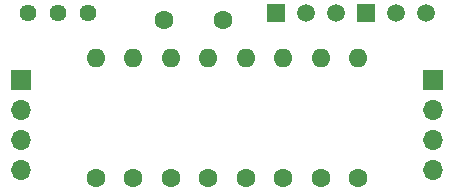
<source format=gts>
%TF.GenerationSoftware,KiCad,Pcbnew,(5.1.8)-1*%
%TF.CreationDate,2021-02-01T19:36:53+01:00*%
%TF.ProjectId,Composite Video Amplifier,436f6d70-6f73-4697-9465-20566964656f,rev?*%
%TF.SameCoordinates,Original*%
%TF.FileFunction,Soldermask,Top*%
%TF.FilePolarity,Negative*%
%FSLAX46Y46*%
G04 Gerber Fmt 4.6, Leading zero omitted, Abs format (unit mm)*
G04 Created by KiCad (PCBNEW (5.1.8)-1) date 2021-02-01 19:36:53*
%MOMM*%
%LPD*%
G01*
G04 APERTURE LIST*
%ADD10C,1.600000*%
%ADD11O,1.600000X1.600000*%
%ADD12C,1.440000*%
%ADD13R,1.700000X1.700000*%
%ADD14O,1.700000X1.700000*%
%ADD15C,1.520000*%
%ADD16R,1.520000X1.520000*%
G04 APERTURE END LIST*
D10*
%TO.C,R3*%
X150495000Y-135255000D03*
D11*
X150495000Y-125095000D03*
%TD*%
D12*
%TO.C,RV1*%
X135255000Y-121285000D03*
X137795000Y-121285000D03*
X140335000Y-121285000D03*
%TD*%
D10*
%TO.C,C1*%
X151765000Y-121920000D03*
X146765000Y-121920000D03*
%TD*%
D13*
%TO.C,J2*%
X169545000Y-127000000D03*
D14*
X169545000Y-129540000D03*
X169545000Y-132080000D03*
X169545000Y-134620000D03*
%TD*%
D15*
%TO.C,Q1*%
X158750000Y-121285000D03*
X161290000Y-121285000D03*
D16*
X156210000Y-121285000D03*
%TD*%
D15*
%TO.C,Q2*%
X166370000Y-121285000D03*
X168910000Y-121285000D03*
D16*
X163830000Y-121285000D03*
%TD*%
D10*
%TO.C,R1*%
X144145000Y-135255000D03*
D11*
X144145000Y-125095000D03*
%TD*%
D10*
%TO.C,R2*%
X147320000Y-135255000D03*
D11*
X147320000Y-125095000D03*
%TD*%
D10*
%TO.C,R4*%
X156845000Y-135255000D03*
D11*
X156845000Y-125095000D03*
%TD*%
D10*
%TO.C,R5*%
X153670000Y-135255000D03*
D11*
X153670000Y-125095000D03*
%TD*%
D10*
%TO.C,R6*%
X160020000Y-135255000D03*
D11*
X160020000Y-125095000D03*
%TD*%
D10*
%TO.C,R7*%
X163195000Y-135255000D03*
D11*
X163195000Y-125095000D03*
%TD*%
D10*
%TO.C,R8*%
X140970000Y-135255000D03*
D11*
X140970000Y-125095000D03*
%TD*%
D13*
%TO.C,J1*%
X134620000Y-127000000D03*
D14*
X134620000Y-129540000D03*
X134620000Y-132080000D03*
X134620000Y-134620000D03*
%TD*%
M02*

</source>
